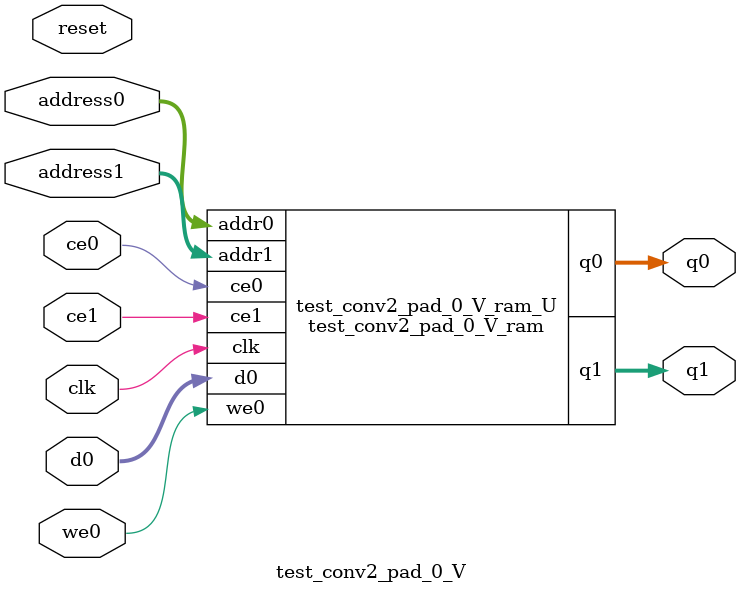
<source format=v>
`timescale 1 ns / 1 ps
module test_conv2_pad_0_V_ram (addr0, ce0, d0, we0, q0, addr1, ce1, q1,  clk);

parameter DWIDTH = 4;
parameter AWIDTH = 18;
parameter MEM_SIZE = 212544;

input[AWIDTH-1:0] addr0;
input ce0;
input[DWIDTH-1:0] d0;
input we0;
output reg[DWIDTH-1:0] q0;
input[AWIDTH-1:0] addr1;
input ce1;
output reg[DWIDTH-1:0] q1;
input clk;

(* ram_style = "block" *)reg [DWIDTH-1:0] ram[0:MEM_SIZE-1];




always @(posedge clk)  
begin 
    if (ce0) begin
        if (we0) 
            ram[addr0] <= d0; 
        q0 <= ram[addr0];
    end
end


always @(posedge clk)  
begin 
    if (ce1) begin
        q1 <= ram[addr1];
    end
end


endmodule

`timescale 1 ns / 1 ps
module test_conv2_pad_0_V(
    reset,
    clk,
    address0,
    ce0,
    we0,
    d0,
    q0,
    address1,
    ce1,
    q1);

parameter DataWidth = 32'd4;
parameter AddressRange = 32'd212544;
parameter AddressWidth = 32'd18;
input reset;
input clk;
input[AddressWidth - 1:0] address0;
input ce0;
input we0;
input[DataWidth - 1:0] d0;
output[DataWidth - 1:0] q0;
input[AddressWidth - 1:0] address1;
input ce1;
output[DataWidth - 1:0] q1;



test_conv2_pad_0_V_ram test_conv2_pad_0_V_ram_U(
    .clk( clk ),
    .addr0( address0 ),
    .ce0( ce0 ),
    .we0( we0 ),
    .d0( d0 ),
    .q0( q0 ),
    .addr1( address1 ),
    .ce1( ce1 ),
    .q1( q1 ));

endmodule


</source>
